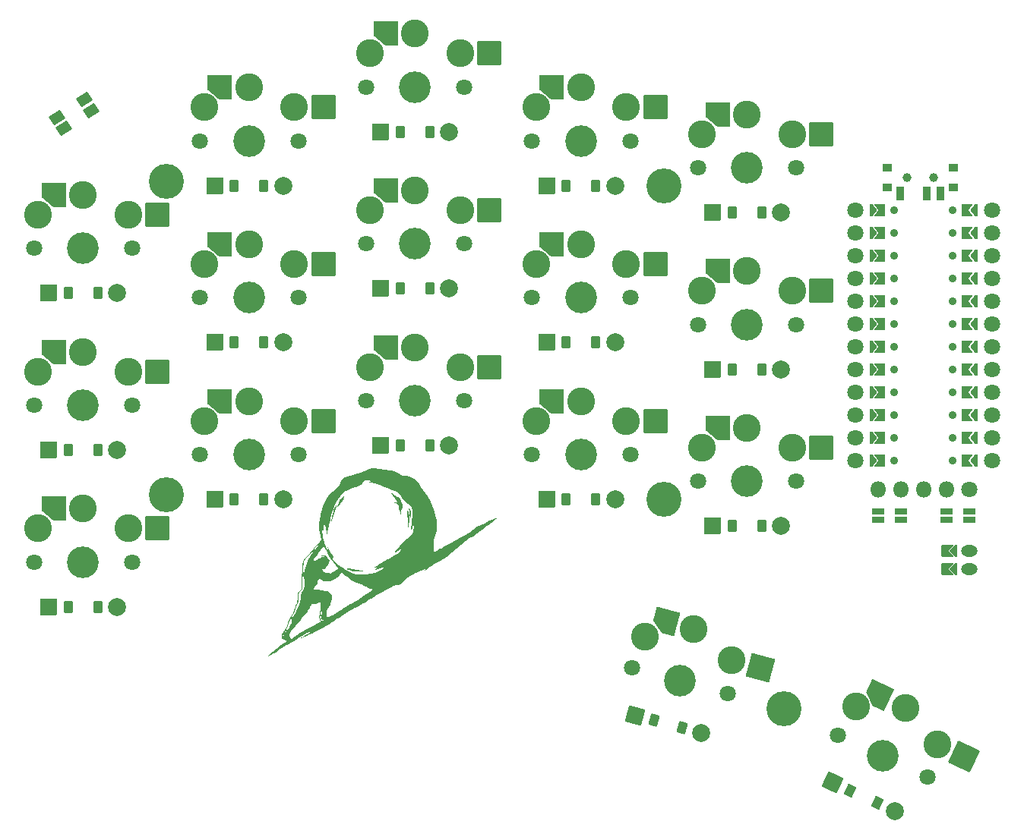
<source format=gbr>
%TF.GenerationSoftware,KiCad,Pcbnew,7.0.10*%
%TF.CreationDate,2024-01-15T23:58:39+02:00*%
%TF.ProjectId,snak_final,736e616b-5f66-4696-9e61-6c2e6b696361,0.1*%
%TF.SameCoordinates,Original*%
%TF.FileFunction,Soldermask,Bot*%
%TF.FilePolarity,Negative*%
%FSLAX46Y46*%
G04 Gerber Fmt 4.6, Leading zero omitted, Abs format (unit mm)*
G04 Created by KiCad (PCBNEW 7.0.10) date 2024-01-15 23:58:39*
%MOMM*%
%LPD*%
G01*
G04 APERTURE LIST*
G04 Aperture macros list*
%AMRoundRect*
0 Rectangle with rounded corners*
0 $1 Rounding radius*
0 $2 $3 $4 $5 $6 $7 $8 $9 X,Y pos of 4 corners*
0 Add a 4 corners polygon primitive as box body*
4,1,4,$2,$3,$4,$5,$6,$7,$8,$9,$2,$3,0*
0 Add four circle primitives for the rounded corners*
1,1,$1+$1,$2,$3*
1,1,$1+$1,$4,$5*
1,1,$1+$1,$6,$7*
1,1,$1+$1,$8,$9*
0 Add four rect primitives between the rounded corners*
20,1,$1+$1,$2,$3,$4,$5,0*
20,1,$1+$1,$4,$5,$6,$7,0*
20,1,$1+$1,$6,$7,$8,$9,0*
20,1,$1+$1,$8,$9,$2,$3,0*%
%AMFreePoly0*
4,1,15,1.335355,1.335355,1.350000,1.300000,1.350000,-1.300000,1.335355,-1.335355,1.300000,-1.350000,-0.050000,-1.350000,-0.082160,-1.338285,-1.332160,-0.288285,-1.349812,-0.254331,-1.350000,-0.250000,-1.350000,1.300000,-1.335355,1.335355,-1.300000,1.350000,1.300000,1.350000,1.335355,1.335355,1.335355,1.335355,$1*%
%AMFreePoly1*
4,1,16,-0.214645,0.660355,-0.210957,0.656235,0.289043,0.031235,0.299694,-0.005522,0.289043,-0.031235,-0.210957,-0.656235,-0.244478,-0.674694,-0.250000,-0.675000,-0.500000,-0.675000,-0.535355,-0.660355,-0.550000,-0.625000,-0.550000,0.625000,-0.535355,0.660355,-0.500000,0.675000,-0.250000,0.675000,-0.214645,0.660355,-0.214645,0.660355,$1*%
%AMFreePoly2*
4,1,16,0.535355,0.660355,0.550000,0.625000,0.550000,-0.625000,0.535355,-0.660355,0.500000,-0.675000,-0.650000,-0.675000,-0.685355,-0.660355,-0.700000,-0.625000,-0.689043,-0.593765,-0.214031,0.000000,-0.689043,0.593765,-0.699694,0.630522,-0.681235,0.664043,-0.650000,0.675000,0.500000,0.675000,0.535355,0.660355,0.535355,0.660355,$1*%
%AMFreePoly3*
4,1,16,0.635355,0.285355,0.650000,0.250000,0.650000,-1.000000,0.635355,-1.035355,0.600000,-1.050000,0.564645,-1.035355,0.000000,-0.470710,-0.564645,-1.035355,-0.600000,-1.050000,-0.635355,-1.035355,-0.650000,-1.000000,-0.650000,0.250000,-0.635355,0.285355,-0.600000,0.300000,0.600000,0.300000,0.635355,0.285355,0.635355,0.285355,$1*%
%AMFreePoly4*
4,1,14,0.035355,0.435355,0.635355,-0.164645,0.650000,-0.200000,0.650000,-0.400000,0.635355,-0.435355,0.600000,-0.450000,-0.600000,-0.450000,-0.635355,-0.435355,-0.650000,-0.400000,-0.650000,-0.200000,-0.635355,-0.164645,-0.035355,0.435355,0.000000,0.450000,0.035355,0.435355,0.035355,0.435355,$1*%
G04 Aperture macros list end*
%ADD10C,3.100000*%
%ADD11RoundRect,0.050000X-1.300000X-1.300000X1.300000X-1.300000X1.300000X1.300000X-1.300000X1.300000X0*%
%ADD12FreePoly0,0.000000*%
%ADD13C,1.801800*%
%ADD14C,3.529000*%
%ADD15RoundRect,0.050000X-1.592168X-0.919239X0.919239X-1.592168X1.592168X0.919239X-0.919239X1.592168X0*%
%ADD16FreePoly0,345.000000*%
%ADD17RoundRect,0.050000X-1.727604X-0.628796X0.628796X-1.727604X1.727604X0.628796X-0.628796X1.727604X0*%
%ADD18FreePoly0,335.000000*%
%ADD19C,2.005000*%
%ADD20RoundRect,0.050000X-0.889000X-0.889000X0.889000X-0.889000X0.889000X0.889000X-0.889000X0.889000X0*%
%ADD21RoundRect,0.050000X-0.450000X-0.600000X0.450000X-0.600000X0.450000X0.600000X-0.450000X0.600000X0*%
%ADD22RoundRect,0.050000X-1.088798X-0.628618X0.628618X-1.088798X1.088798X0.628618X-0.628618X1.088798X0*%
%ADD23RoundRect,0.050000X-0.589958X-0.463087X0.279375X-0.696024X0.589958X0.463087X-0.279375X0.696024X0*%
%ADD24RoundRect,0.050000X-1.181415X-0.430000X0.430000X-1.181415X1.181415X0.430000X-0.430000X1.181415X0*%
%ADD25RoundRect,0.050000X-0.661409X-0.353606X0.154268X-0.733963X0.661409X0.353606X-0.154268X0.733963X0*%
%ADD26FreePoly1,180.000000*%
%ADD27FreePoly2,180.000000*%
%ADD28FreePoly2,0.000000*%
%ADD29FreePoly1,0.000000*%
%ADD30C,0.900000*%
%ADD31C,1.800000*%
%ADD32O,1.800000X1.800000*%
%ADD33RoundRect,0.050000X-0.600000X0.300000X-0.600000X-0.300000X0.600000X-0.300000X0.600000X0.300000X0*%
%ADD34C,1.000000*%
%ADD35RoundRect,0.050000X-0.500000X-0.400000X0.500000X-0.400000X0.500000X0.400000X-0.500000X0.400000X0*%
%ADD36RoundRect,0.050000X-0.350000X-0.750000X0.350000X-0.750000X0.350000X0.750000X-0.350000X0.750000X0*%
%ADD37FreePoly3,90.000000*%
%ADD38FreePoly4,90.000000*%
%ADD39O,1.850000X1.300000*%
%ADD40RoundRect,0.050000X-0.301134X-0.821549X0.873005X-0.059055X0.301134X0.821549X-0.873005X0.059055X0*%
%ADD41C,3.900000*%
G04 APERTURE END LIST*
%TO.C,G\u002A\u002A\u002A*%
G36*
X136380304Y-94025223D02*
G01*
X136444495Y-94139066D01*
X136462170Y-94180542D01*
X136505659Y-94335403D01*
X136534502Y-94527741D01*
X136547230Y-94726499D01*
X136542377Y-94900619D01*
X136518476Y-95019044D01*
X136502972Y-95044147D01*
X136473891Y-95020963D01*
X136439723Y-94908650D01*
X136403816Y-94719324D01*
X136392502Y-94644423D01*
X136360490Y-94428657D01*
X136330609Y-94240301D01*
X136307848Y-94110386D01*
X136302359Y-94083900D01*
X136294892Y-93988965D01*
X136325655Y-93972298D01*
X136380304Y-94025223D01*
G37*
G36*
X128230194Y-93697746D02*
G01*
X128198102Y-93857327D01*
X128131001Y-94108153D01*
X128049533Y-94382170D01*
X127924776Y-94781979D01*
X127822582Y-95094444D01*
X127743827Y-95317148D01*
X127689388Y-95447678D01*
X127660139Y-95483620D01*
X127655422Y-95468200D01*
X127663204Y-95345031D01*
X127695062Y-95150675D01*
X127744809Y-94910933D01*
X127806257Y-94651603D01*
X127873217Y-94398487D01*
X127939502Y-94177384D01*
X127998922Y-94014095D01*
X128010201Y-93989033D01*
X128117283Y-93775054D01*
X128189699Y-93655752D01*
X128227365Y-93630269D01*
X128230194Y-93697746D01*
G37*
G36*
X129751675Y-100718200D02*
G01*
X129972716Y-100752571D01*
X130191200Y-100794962D01*
X130451868Y-100848768D01*
X130703534Y-100898108D01*
X130913847Y-100936778D01*
X131029400Y-100955692D01*
X131170873Y-100980521D01*
X131221350Y-101003371D01*
X131191174Y-101029523D01*
X131181800Y-101033468D01*
X131044484Y-101061553D01*
X130836390Y-101071902D01*
X130586639Y-101065270D01*
X130324354Y-101042413D01*
X130082959Y-101004949D01*
X129872561Y-100953364D01*
X129671099Y-100888157D01*
X129549559Y-100836500D01*
X129431231Y-100772876D01*
X129395000Y-100738234D01*
X129432188Y-100715928D01*
X129480000Y-100703086D01*
X129579019Y-100700618D01*
X129751675Y-100718200D01*
G37*
G36*
X136142352Y-94153455D02*
G01*
X136188097Y-94252137D01*
X136241614Y-94401218D01*
X136294277Y-94576662D01*
X136337466Y-94754430D01*
X136337711Y-94755610D01*
X136366050Y-94949051D01*
X136371301Y-95165945D01*
X136353606Y-95438191D01*
X136341312Y-95558969D01*
X136308188Y-95815888D01*
X136274042Y-96000527D01*
X136241668Y-96107373D01*
X136213862Y-96130912D01*
X136193417Y-96065630D01*
X136183129Y-95906013D01*
X136182620Y-95872060D01*
X136178456Y-95705922D01*
X136169210Y-95468354D01*
X136156190Y-95189325D01*
X136140704Y-94898803D01*
X136138395Y-94858600D01*
X136124614Y-94601324D01*
X136115073Y-94382848D01*
X136110424Y-94221916D01*
X136111319Y-94137273D01*
X136112999Y-94129209D01*
X136142352Y-94153455D01*
G37*
G36*
X129046250Y-92763674D02*
G01*
X129031059Y-92860078D01*
X129060998Y-92882103D01*
X129093348Y-92872539D01*
X129162097Y-92869687D01*
X129175200Y-92892395D01*
X129132317Y-92942359D01*
X129027991Y-92994857D01*
X129017111Y-92998770D01*
X128902950Y-93061094D01*
X128887092Y-93127026D01*
X128875589Y-93214939D01*
X128833648Y-93267385D01*
X128764102Y-93340695D01*
X128658310Y-93469901D01*
X128538485Y-93627803D01*
X128531868Y-93636864D01*
X128427089Y-93775141D01*
X128349989Y-93866371D01*
X128314666Y-93894130D01*
X128313841Y-93890864D01*
X128339408Y-93741471D01*
X128394886Y-93558581D01*
X128464944Y-93385014D01*
X128534245Y-93263592D01*
X128541649Y-93254709D01*
X128602941Y-93165859D01*
X128583894Y-93121943D01*
X128578300Y-93119744D01*
X128518008Y-93071259D01*
X128548561Y-93014231D01*
X128629100Y-92976819D01*
X128736453Y-92920965D01*
X128868100Y-92822388D01*
X128912201Y-92782896D01*
X129081003Y-92623400D01*
X129046250Y-92763674D01*
G37*
G36*
X134438286Y-92308264D02*
G01*
X134565279Y-92379707D01*
X134698739Y-92467219D01*
X134788600Y-92535679D01*
X134918265Y-92658416D01*
X135027992Y-92786121D01*
X135034540Y-92795232D01*
X135128081Y-92928200D01*
X135094231Y-92777179D01*
X135074963Y-92675875D01*
X135093067Y-92660610D01*
X135160204Y-92716496D01*
X135245498Y-92824039D01*
X135347723Y-92995806D01*
X135451114Y-93199826D01*
X135539904Y-93404130D01*
X135598329Y-93576746D01*
X135609245Y-93627105D01*
X135614107Y-93795977D01*
X135588114Y-93969831D01*
X135588075Y-93969973D01*
X135540058Y-94147400D01*
X135479871Y-93931500D01*
X135441063Y-93801429D01*
X135413194Y-93724521D01*
X135407146Y-93715600D01*
X135403613Y-93762726D01*
X135404228Y-93889607D01*
X135408717Y-94074490D01*
X135413408Y-94210900D01*
X135416382Y-94439494D01*
X135408771Y-94641974D01*
X135392159Y-94788552D01*
X135380323Y-94833200D01*
X135350918Y-94892436D01*
X135334368Y-94880116D01*
X135326420Y-94784735D01*
X135323978Y-94680800D01*
X135312007Y-94468245D01*
X135279483Y-94242525D01*
X135221128Y-93972852D01*
X135164542Y-93750710D01*
X135114726Y-93619921D01*
X135030449Y-93533432D01*
X134887436Y-93460415D01*
X134733145Y-93386907D01*
X134671107Y-93339777D01*
X134702333Y-93321824D01*
X134827831Y-93335848D01*
X134843511Y-93338722D01*
X135025423Y-93372849D01*
X134898291Y-93121967D01*
X134796539Y-92947228D01*
X134659612Y-92744795D01*
X134538579Y-92585568D01*
X134424984Y-92442255D01*
X134342148Y-92330380D01*
X134306364Y-92272059D01*
X134306000Y-92269921D01*
X134343334Y-92266974D01*
X134438286Y-92308264D01*
G37*
G36*
X132987004Y-89586233D02*
G01*
X133200155Y-89617859D01*
X133476758Y-89662565D01*
X133780491Y-89707930D01*
X134053274Y-89745342D01*
X134096412Y-89750790D01*
X134414867Y-89806989D01*
X134692121Y-89898423D01*
X134877802Y-89984940D01*
X135202702Y-90143455D01*
X135472840Y-90256654D01*
X135718380Y-90334989D01*
X135969488Y-90388914D01*
X136103111Y-90409510D01*
X136534857Y-90512546D01*
X136901470Y-90693277D01*
X137204978Y-90953160D01*
X137447409Y-91293654D01*
X137514460Y-91424180D01*
X137629956Y-91635447D01*
X137770422Y-91846751D01*
X137884581Y-91988400D01*
X138137582Y-92297737D01*
X138393687Y-92674786D01*
X138633811Y-93088111D01*
X138838868Y-93506278D01*
X138911622Y-93680037D01*
X138998138Y-93904427D01*
X139068695Y-94096972D01*
X139115800Y-94236555D01*
X139132000Y-94300937D01*
X139147083Y-94375606D01*
X139187178Y-94519279D01*
X139244552Y-94704781D01*
X139263546Y-94763215D01*
X139336586Y-95022114D01*
X139385157Y-95292745D01*
X139415296Y-95612636D01*
X139423197Y-95755452D01*
X139432850Y-96007319D01*
X139432408Y-96214271D01*
X139418002Y-96400910D01*
X139385766Y-96591836D01*
X139331830Y-96811650D01*
X139252327Y-97084955D01*
X139174608Y-97336591D01*
X139104599Y-97566871D01*
X139063083Y-97730907D01*
X139046613Y-97858903D01*
X139051743Y-97981065D01*
X139075025Y-98127598D01*
X139080802Y-98158492D01*
X139108943Y-98373551D01*
X139115834Y-98581286D01*
X139106538Y-98694361D01*
X139070931Y-98905119D01*
X139241165Y-98817321D01*
X139398640Y-98730777D01*
X139571142Y-98628651D01*
X139603789Y-98608331D01*
X139730922Y-98541779D01*
X139826694Y-98515573D01*
X139849149Y-98519876D01*
X139913600Y-98508320D01*
X139977796Y-98444570D01*
X140065919Y-98357746D01*
X140206036Y-98257036D01*
X140291236Y-98206451D01*
X140910856Y-97870924D01*
X141535754Y-97538959D01*
X142126319Y-97231532D01*
X142307000Y-97139001D01*
X142598884Y-96982415D01*
X142862669Y-96826202D01*
X143075818Y-96684355D01*
X143203949Y-96582200D01*
X143449956Y-96382600D01*
X143602400Y-96382600D01*
X143627800Y-96408000D01*
X143653200Y-96382600D01*
X143627800Y-96357200D01*
X143602400Y-96382600D01*
X143449956Y-96382600D01*
X143547308Y-96303613D01*
X143934621Y-96057218D01*
X144320440Y-95871919D01*
X144321181Y-95871628D01*
X144515847Y-95787697D01*
X144749569Y-95676008D01*
X144973592Y-95559914D01*
X144985347Y-95553491D01*
X145263917Y-95407251D01*
X145516698Y-95286519D01*
X145735651Y-95193167D01*
X145912734Y-95129066D01*
X146039905Y-95096088D01*
X146109124Y-95096104D01*
X146112350Y-95130986D01*
X146041540Y-95202606D01*
X145888655Y-95312834D01*
X145815077Y-95360370D01*
X145638326Y-95477764D01*
X145496307Y-95582734D01*
X145410317Y-95659056D01*
X145395457Y-95680034D01*
X145336046Y-95745024D01*
X145218356Y-95825111D01*
X145158234Y-95857836D01*
X144999819Y-95953916D01*
X144819878Y-96085984D01*
X144716257Y-96173172D01*
X144487980Y-96366952D01*
X144208212Y-96581955D01*
X143866955Y-96825363D01*
X143454211Y-97104357D01*
X143073815Y-97352843D01*
X142837483Y-97509114D01*
X142635518Y-97649741D01*
X142481740Y-97764522D01*
X142389968Y-97843252D01*
X142370129Y-97872431D01*
X142338052Y-97931708D01*
X142243291Y-98001381D01*
X142226854Y-98010240D01*
X142128302Y-98075555D01*
X141976407Y-98193134D01*
X141792230Y-98346053D01*
X141604925Y-98510094D01*
X141076791Y-98950867D01*
X140476718Y-99391750D01*
X139832501Y-99813466D01*
X139175617Y-100194744D01*
X138821000Y-100406114D01*
X138519369Y-100623741D01*
X138358628Y-100765364D01*
X138200084Y-100911111D01*
X138088852Y-100993847D01*
X138031290Y-101011371D01*
X138033758Y-100961486D01*
X138092383Y-100857407D01*
X138145500Y-100758991D01*
X138128296Y-100731886D01*
X138039671Y-100775801D01*
X137967747Y-100824647D01*
X137848556Y-100893339D01*
X137672631Y-100976328D01*
X137490339Y-101050844D01*
X137296142Y-101130643D01*
X137050690Y-101241051D01*
X136792208Y-101364550D01*
X136649498Y-101436239D01*
X136386439Y-101579039D01*
X136189148Y-101707659D01*
X136028250Y-101843565D01*
X135887412Y-101993145D01*
X135698392Y-102196048D01*
X135523580Y-102342489D01*
X135332183Y-102450935D01*
X135093407Y-102539853D01*
X134869562Y-102603553D01*
X134627163Y-102680623D01*
X134346033Y-102795137D01*
X134019113Y-102950839D01*
X133639348Y-103151473D01*
X133199678Y-103400784D01*
X132693047Y-103702516D01*
X132112397Y-104060412D01*
X132049956Y-104099456D01*
X131736779Y-104294503D01*
X131441073Y-104476786D01*
X131177124Y-104637645D01*
X130959218Y-104768421D01*
X130801637Y-104860454D01*
X130729156Y-104900094D01*
X130538483Y-104999721D01*
X130285420Y-105137998D01*
X129994476Y-105300930D01*
X129690155Y-105474517D01*
X129396964Y-105644761D01*
X129139409Y-105797666D01*
X128941996Y-105919234D01*
X128917785Y-105934740D01*
X128724879Y-106055836D01*
X128535164Y-106169327D01*
X128388583Y-106251341D01*
X128384385Y-106253524D01*
X128263643Y-106325741D01*
X128087413Y-106443301D01*
X127880453Y-106589232D01*
X127690512Y-106729193D01*
X127396300Y-106933768D01*
X127037763Y-107155769D01*
X126645614Y-107376695D01*
X126420512Y-107494195D01*
X126122161Y-107642933D01*
X125807001Y-107796047D01*
X125488481Y-107947424D01*
X125180049Y-108090950D01*
X124895157Y-108220510D01*
X124647252Y-108329991D01*
X124449785Y-108413279D01*
X124316204Y-108464261D01*
X124259960Y-108476822D01*
X124259582Y-108476516D01*
X124293489Y-108445027D01*
X124400024Y-108371886D01*
X124564184Y-108266854D01*
X124770967Y-108139692D01*
X124854594Y-108089394D01*
X125073081Y-107956422D01*
X125254199Y-107841726D01*
X125383007Y-107755121D01*
X125444567Y-107706421D01*
X125447328Y-107699995D01*
X125423852Y-107695998D01*
X125372677Y-107712293D01*
X125285076Y-107753694D01*
X125152319Y-107825019D01*
X124965676Y-107931082D01*
X124716420Y-108076699D01*
X124395822Y-108266687D01*
X124096578Y-108445212D01*
X123777221Y-108634842D01*
X123455677Y-108823547D01*
X123152880Y-108999201D01*
X122889764Y-109149680D01*
X122687264Y-109262860D01*
X122647400Y-109284534D01*
X122402146Y-109424743D01*
X122119461Y-109598645D01*
X121843112Y-109778869D01*
X121707600Y-109872240D01*
X121434285Y-110058327D01*
X121176520Y-110220538D01*
X120946623Y-110352416D01*
X120756913Y-110447505D01*
X120619711Y-110499348D01*
X120547336Y-110501490D01*
X120539200Y-110484584D01*
X120577101Y-110436206D01*
X120678116Y-110344829D01*
X120823215Y-110227242D01*
X120882100Y-110182089D01*
X121086565Y-110022067D01*
X121322336Y-109829343D01*
X121545741Y-109639776D01*
X121593959Y-109597593D01*
X121806341Y-109424917D01*
X122044134Y-109253990D01*
X122264421Y-109115155D01*
X122317859Y-109085775D01*
X122484546Y-108992956D01*
X122609225Y-108913571D01*
X122670102Y-108861795D01*
X122672800Y-108854917D01*
X122632276Y-108786586D01*
X122535223Y-108704034D01*
X122418411Y-108633252D01*
X122318614Y-108600232D01*
X122312136Y-108600000D01*
X122208349Y-108559033D01*
X122152515Y-108450571D01*
X122147090Y-108353879D01*
X122212837Y-108353879D01*
X122233221Y-108396686D01*
X122235659Y-108396800D01*
X122274864Y-108356328D01*
X122335599Y-108256491D01*
X122348662Y-108231700D01*
X122406582Y-108133524D01*
X122977600Y-108133524D01*
X123000695Y-108271476D01*
X123058617Y-108408468D01*
X123134320Y-108517269D01*
X123210759Y-108570646D01*
X123248184Y-108565798D01*
X123319314Y-108518594D01*
X123443019Y-108432254D01*
X123561800Y-108347512D01*
X124202923Y-107913525D01*
X124901748Y-107489874D01*
X125615538Y-107102213D01*
X125745447Y-107036673D01*
X126033739Y-106892096D01*
X126240989Y-106784820D01*
X126377625Y-106707918D01*
X126454072Y-106654464D01*
X126480758Y-106617530D01*
X126468109Y-106590190D01*
X126442482Y-106573609D01*
X126383725Y-106531197D01*
X126349902Y-106465594D01*
X126334352Y-106351335D01*
X126330612Y-106172474D01*
X126416980Y-106172474D01*
X126424548Y-106359263D01*
X126451855Y-106481148D01*
X126475723Y-106512592D01*
X126578735Y-106535099D01*
X126695365Y-106514091D01*
X126761398Y-106467696D01*
X126738127Y-106422987D01*
X126652987Y-106370574D01*
X126563581Y-106313722D01*
X126541716Y-106232417D01*
X126553829Y-106149353D01*
X126580381Y-105979536D01*
X126604817Y-105756417D01*
X126626113Y-105500461D01*
X126643243Y-105232135D01*
X126655183Y-104971902D01*
X126660910Y-104740231D01*
X126659397Y-104557585D01*
X126649621Y-104444431D01*
X126640438Y-104419318D01*
X126610320Y-104418708D01*
X126592174Y-104496689D01*
X126584294Y-104662951D01*
X126583649Y-104741740D01*
X126571723Y-104989763D01*
X126541466Y-105254060D01*
X126506328Y-105445030D01*
X126458507Y-105693122D01*
X126428512Y-105943015D01*
X126416980Y-106172474D01*
X126330612Y-106172474D01*
X126330413Y-106162953D01*
X126330400Y-106145085D01*
X126341971Y-105906018D01*
X126372041Y-105657008D01*
X126406600Y-105483994D01*
X126439258Y-105319291D01*
X126463502Y-105122133D01*
X126478400Y-104916900D01*
X126483019Y-104727971D01*
X126476428Y-104579729D01*
X126457696Y-104496554D01*
X126444700Y-104486858D01*
X126379449Y-104503462D01*
X126250124Y-104544689D01*
X126127200Y-104586800D01*
X125931072Y-104643457D01*
X125736318Y-104680437D01*
X125644600Y-104688120D01*
X125545540Y-104692621D01*
X125475601Y-104714649D01*
X125417070Y-104772350D01*
X125352237Y-104883872D01*
X125263391Y-105067362D01*
X125252967Y-105089389D01*
X125131682Y-105315049D01*
X124989778Y-105533664D01*
X124854698Y-105703295D01*
X124843756Y-105714785D01*
X124698787Y-105873764D01*
X124530848Y-106072297D01*
X124376265Y-106267440D01*
X124376088Y-106267674D01*
X124244681Y-106434524D01*
X124068268Y-106649511D01*
X123869715Y-106885165D01*
X123671883Y-107114017D01*
X123667699Y-107118782D01*
X123431782Y-107389493D01*
X123255961Y-107597965D01*
X123131650Y-107756825D01*
X123050259Y-107878700D01*
X123003201Y-107976219D01*
X122981889Y-108062009D01*
X122977600Y-108133524D01*
X122406582Y-108133524D01*
X122412476Y-108123533D01*
X122520082Y-107957477D01*
X122655449Y-107757761D01*
X122777252Y-107584000D01*
X122961540Y-107311454D01*
X123088981Y-107086800D01*
X123173056Y-106884604D01*
X123204706Y-106777609D01*
X123243870Y-106599931D01*
X123263531Y-106455425D01*
X123260380Y-106380691D01*
X123265516Y-106266845D01*
X123339541Y-106115080D01*
X123469913Y-105948229D01*
X123533058Y-105884251D01*
X123653660Y-105728709D01*
X123749147Y-105533490D01*
X123763971Y-105488814D01*
X123830342Y-105308596D01*
X123911616Y-105143829D01*
X123942637Y-105095027D01*
X124096215Y-104805510D01*
X124199501Y-104449473D01*
X124245741Y-104052198D01*
X124247600Y-103953792D01*
X124251627Y-103735429D01*
X124269031Y-103583407D01*
X124307795Y-103462614D01*
X124375901Y-103337935D01*
X124394267Y-103308620D01*
X124486053Y-103152469D01*
X124546870Y-103031598D01*
X125720800Y-103031598D01*
X125736519Y-103076092D01*
X125798459Y-103094528D01*
X125928789Y-103090826D01*
X126012900Y-103083254D01*
X126312400Y-103083437D01*
X126527286Y-103134833D01*
X126719179Y-103184120D01*
X126937246Y-103212490D01*
X127012277Y-103215200D01*
X127179213Y-103223407D01*
X127293524Y-103261777D01*
X127403362Y-103350933D01*
X127457084Y-103405700D01*
X127611583Y-103578759D01*
X127699935Y-103720876D01*
X127733400Y-103866912D01*
X127723241Y-104051728D01*
X127704827Y-104172532D01*
X127657895Y-104417557D01*
X127601805Y-104615511D01*
X127522212Y-104803527D01*
X127404773Y-105018734D01*
X127328921Y-105145600D01*
X127173638Y-105450550D01*
X127102448Y-105713900D01*
X127116218Y-105931005D01*
X127163276Y-106033604D01*
X127246470Y-106125422D01*
X127322653Y-106161600D01*
X127398035Y-106138508D01*
X127538270Y-106076502D01*
X127719664Y-105986482D01*
X127829215Y-105928535D01*
X128067700Y-105791645D01*
X128342511Y-105621800D01*
X128608778Y-105447115D01*
X128716742Y-105372378D01*
X128949652Y-105214568D01*
X129233837Y-105032527D01*
X129531136Y-104850233D01*
X129771109Y-104709891D01*
X130015092Y-104571382D01*
X130248371Y-104438929D01*
X130445848Y-104326785D01*
X130582425Y-104249200D01*
X130591230Y-104244197D01*
X130771760Y-104128498D01*
X130951535Y-103993625D01*
X130997630Y-103954470D01*
X131117284Y-103858998D01*
X131296425Y-103728974D01*
X131508221Y-103583440D01*
X131673022Y-103475139D01*
X131925510Y-103311297D01*
X132097818Y-103192472D01*
X132195731Y-103109530D01*
X132225033Y-103053334D01*
X132191510Y-103014750D01*
X132100946Y-102984642D01*
X131998021Y-102961910D01*
X131754428Y-102883192D01*
X131507665Y-102757611D01*
X131450475Y-102720459D01*
X131273435Y-102618383D01*
X131041338Y-102511018D01*
X130797621Y-102417995D01*
X130739734Y-102399208D01*
X130407105Y-102281948D01*
X130123090Y-102154384D01*
X129905623Y-102025546D01*
X129782952Y-101917573D01*
X129703266Y-101845236D01*
X129569506Y-101745315D01*
X129450552Y-101665403D01*
X129270690Y-101539145D01*
X129095974Y-101398699D01*
X129012840Y-101322253D01*
X128837579Y-101146992D01*
X128561889Y-101471998D01*
X128323991Y-101715134D01*
X128065075Y-101897159D01*
X127756161Y-102035360D01*
X127474578Y-102120558D01*
X127127216Y-102165824D01*
X126802169Y-102112952D01*
X126555911Y-102000908D01*
X126367380Y-101889672D01*
X126247290Y-102002491D01*
X126158692Y-102128296D01*
X126127200Y-102250000D01*
X126088160Y-102386735D01*
X126003062Y-102501311D01*
X125888103Y-102639442D01*
X125789642Y-102808622D01*
X125729584Y-102967699D01*
X125720800Y-103031598D01*
X124546870Y-103031598D01*
X124556949Y-103011567D01*
X124578914Y-102955774D01*
X124627625Y-102849179D01*
X124669003Y-102800760D01*
X124688876Y-102738986D01*
X124693720Y-102586538D01*
X124683503Y-102340027D01*
X124661716Y-102038760D01*
X124638971Y-101743327D01*
X124627106Y-101522974D01*
X124627112Y-101351663D01*
X124639981Y-101203357D01*
X124666705Y-101052019D01*
X124705794Y-100881876D01*
X124757444Y-100681310D01*
X124805661Y-100517016D01*
X124842433Y-100415532D01*
X124851486Y-100399276D01*
X124890459Y-100313342D01*
X124923639Y-100186609D01*
X124990652Y-99970521D01*
X125113521Y-99704531D01*
X125122572Y-99688564D01*
X125686773Y-99688564D01*
X125692429Y-99790698D01*
X125787384Y-99845646D01*
X125827763Y-99852366D01*
X125910314Y-99845495D01*
X125998697Y-99795333D01*
X126108671Y-99691228D01*
X126249567Y-99691228D01*
X126288636Y-99696172D01*
X126392633Y-99627749D01*
X126480881Y-99555535D01*
X126641901Y-99449526D01*
X126791540Y-99405447D01*
X126801379Y-99405200D01*
X126896663Y-99390535D01*
X126914600Y-99354400D01*
X126829156Y-99301462D01*
X126697705Y-99309035D01*
X126546698Y-99366410D01*
X126402585Y-99462879D01*
X126291818Y-99587732D01*
X126277491Y-99612339D01*
X126249567Y-99691228D01*
X126108671Y-99691228D01*
X126112537Y-99687568D01*
X126223352Y-99563887D01*
X126432959Y-99354746D01*
X126622905Y-99241701D01*
X126804014Y-99223929D01*
X126987107Y-99300607D01*
X127183008Y-99470911D01*
X127200492Y-99489564D01*
X127367233Y-99702637D01*
X127441506Y-99891312D01*
X127424260Y-100071137D01*
X127316444Y-100257660D01*
X127252010Y-100333435D01*
X127130773Y-100475135D01*
X127031813Y-100606265D01*
X126993836Y-100666959D01*
X126920646Y-100753286D01*
X126816098Y-100756694D01*
X126811939Y-100755673D01*
X126698276Y-100750870D01*
X126660920Y-100807969D01*
X126701243Y-100920259D01*
X126760430Y-101007595D01*
X126850731Y-101112630D01*
X126939311Y-101164805D01*
X127067461Y-101182418D01*
X127158485Y-101183977D01*
X127324975Y-101193516D01*
X127456260Y-101216976D01*
X127498800Y-101234000D01*
X127555924Y-101269370D01*
X127601365Y-101274895D01*
X127666926Y-101242330D01*
X127784411Y-101163427D01*
X127792687Y-101157800D01*
X127918278Y-101080215D01*
X128013103Y-101035286D01*
X128034027Y-101030800D01*
X128099231Y-100996976D01*
X128201692Y-100911369D01*
X128254058Y-100859955D01*
X128419646Y-100689111D01*
X127881850Y-99990870D01*
X127573710Y-99568590D01*
X127310477Y-99162605D01*
X127101162Y-98788234D01*
X126954774Y-98460794D01*
X126917289Y-98351100D01*
X126876543Y-98262571D01*
X126845286Y-98236800D01*
X126777586Y-98275308D01*
X126674015Y-98375178D01*
X126554598Y-98512929D01*
X126439357Y-98665081D01*
X126348318Y-98808151D01*
X126332487Y-98838140D01*
X126239965Y-98986218D01*
X126102079Y-99165138D01*
X125948185Y-99336899D01*
X125943630Y-99341542D01*
X125770484Y-99538945D01*
X125686773Y-99688564D01*
X125122572Y-99688564D01*
X125278768Y-99413004D01*
X125472914Y-99120302D01*
X125622952Y-98922600D01*
X125789204Y-98708737D01*
X125942146Y-98497513D01*
X126071266Y-98305133D01*
X126166052Y-98147804D01*
X126215991Y-98041730D01*
X126217773Y-98005639D01*
X126181487Y-98036307D01*
X126095363Y-98134189D01*
X125970910Y-98285508D01*
X125819636Y-98476490D01*
X125757758Y-98556279D01*
X125577933Y-98782138D01*
X125398194Y-98995155D01*
X125237471Y-99173688D01*
X125114696Y-99296096D01*
X125097798Y-99310741D01*
X124952852Y-99458969D01*
X124805695Y-99651985D01*
X124715134Y-99799900D01*
X124628894Y-99974795D01*
X124579617Y-100122772D01*
X124557339Y-100286891D01*
X124552100Y-100504510D01*
X124543440Y-100741864D01*
X124520608Y-101029172D01*
X124487890Y-101316476D01*
X124474286Y-101411800D01*
X124423082Y-101923853D01*
X124430528Y-102437664D01*
X124464285Y-102955529D01*
X124305621Y-103114193D01*
X124167414Y-103258603D01*
X124077428Y-103379511D01*
X124025372Y-103505681D01*
X124000953Y-103665876D01*
X123993881Y-103888859D01*
X123993600Y-103986247D01*
X123990806Y-104224640D01*
X123979201Y-104388431D01*
X123953943Y-104504539D01*
X123910192Y-104599885D01*
X123872663Y-104658898D01*
X123802236Y-104793526D01*
X123724556Y-104989740D01*
X123654175Y-105209894D01*
X123641049Y-105258054D01*
X123493464Y-105679161D01*
X123329551Y-105969518D01*
X123209104Y-106175718D01*
X123077644Y-106456106D01*
X122946532Y-106785766D01*
X122906763Y-106896850D01*
X122766591Y-107269087D01*
X122634272Y-107555524D01*
X122502869Y-107770878D01*
X122481153Y-107800131D01*
X122380639Y-107949661D01*
X122296068Y-108107224D01*
X122236959Y-108249677D01*
X122212837Y-108353879D01*
X122147090Y-108353879D01*
X122143857Y-108296268D01*
X122181596Y-108117782D01*
X122264957Y-107936766D01*
X122339691Y-107832191D01*
X122507756Y-107590886D01*
X122661025Y-107279933D01*
X122806038Y-106885421D01*
X122848468Y-106750150D01*
X122994073Y-106360605D01*
X123173879Y-106024193D01*
X123202768Y-105980660D01*
X123370832Y-105687270D01*
X123516824Y-105340587D01*
X123558950Y-105214309D01*
X123632536Y-104993643D01*
X123708852Y-104792144D01*
X123775097Y-104642765D01*
X123795162Y-104606203D01*
X123847232Y-104494157D01*
X123877523Y-104350459D01*
X123890550Y-104147438D01*
X123892000Y-104012610D01*
X123899864Y-103727640D01*
X123929028Y-103517669D01*
X123987853Y-103356923D01*
X124084697Y-103219631D01*
X124180621Y-103122720D01*
X124362669Y-102954040D01*
X124337054Y-102464332D01*
X124333415Y-102108450D01*
X124353748Y-101728450D01*
X124380132Y-101490012D01*
X124412634Y-101210816D01*
X124437249Y-100904842D01*
X124449638Y-100628758D01*
X124450308Y-100573600D01*
X124467869Y-100268748D01*
X124525580Y-100006554D01*
X124634432Y-99763039D01*
X124805413Y-99514226D01*
X125049513Y-99236137D01*
X125076118Y-99208148D01*
X125263319Y-99005529D01*
X125452843Y-98789244D01*
X125614657Y-98593972D01*
X125672320Y-98519684D01*
X125818096Y-98334765D01*
X125999412Y-98117679D01*
X126181615Y-97909716D01*
X126216100Y-97871773D01*
X126355494Y-97713058D01*
X126463582Y-97577525D01*
X126524787Y-97485322D01*
X126532944Y-97461889D01*
X126518372Y-97382473D01*
X126481150Y-97239790D01*
X126438154Y-97093800D01*
X126362767Y-96761089D01*
X126317242Y-96369550D01*
X126310435Y-96165391D01*
X126621245Y-96165391D01*
X126623035Y-96409306D01*
X126637492Y-96605676D01*
X126638242Y-96611200D01*
X126684639Y-96895198D01*
X126746834Y-97205253D01*
X126819082Y-97518710D01*
X126895638Y-97812916D01*
X126970756Y-98065214D01*
X127038690Y-98252952D01*
X127072389Y-98323074D01*
X127171432Y-98479547D01*
X127244312Y-98564429D01*
X127283731Y-98572364D01*
X127282391Y-98497996D01*
X127276640Y-98472976D01*
X127256886Y-98365410D01*
X127275087Y-98350957D01*
X127331454Y-98429860D01*
X127426199Y-98602363D01*
X127479456Y-98706700D01*
X127591316Y-98918453D01*
X127710766Y-99127746D01*
X127813008Y-99291224D01*
X127818130Y-99298740D01*
X127896345Y-99424763D01*
X127906488Y-99475378D01*
X127848756Y-99450416D01*
X127740100Y-99364199D01*
X127668558Y-99314058D01*
X127660647Y-99341353D01*
X127716535Y-99446521D01*
X127836389Y-99630002D01*
X127849575Y-99649287D01*
X128166995Y-100043060D01*
X128525224Y-100364206D01*
X128746579Y-100511441D01*
X128941968Y-100633627D01*
X129151909Y-100777135D01*
X129249533Y-100848940D01*
X129583067Y-101074459D01*
X129914071Y-101232452D01*
X130153134Y-101310868D01*
X130353905Y-101346548D01*
X130629650Y-101367263D01*
X130954966Y-101373751D01*
X131304448Y-101366753D01*
X131652691Y-101347007D01*
X131974290Y-101315250D01*
X132243842Y-101272223D01*
X132350200Y-101246980D01*
X132557513Y-101183572D01*
X132751401Y-101114068D01*
X132882463Y-101057037D01*
X133026008Y-100976423D01*
X133194686Y-100872583D01*
X133368393Y-100759196D01*
X133527021Y-100649940D01*
X133650467Y-100558495D01*
X133718624Y-100498539D01*
X133725093Y-100483759D01*
X133671204Y-100490915D01*
X133540589Y-100527155D01*
X133351990Y-100586799D01*
X133124148Y-100664165D01*
X133088339Y-100676739D01*
X132803002Y-100773945D01*
X132600569Y-100835486D01*
X132483409Y-100861095D01*
X132453892Y-100850511D01*
X132514387Y-100803470D01*
X132657524Y-100724701D01*
X132790916Y-100649328D01*
X132887637Y-100582780D01*
X132934666Y-100537005D01*
X132918982Y-100523951D01*
X132853833Y-100544572D01*
X132740137Y-100575751D01*
X132584392Y-100602604D01*
X132553400Y-100606385D01*
X132350200Y-100629159D01*
X132553400Y-100518113D01*
X132717807Y-100418506D01*
X132870884Y-100310648D01*
X132900197Y-100287133D01*
X133006337Y-100208075D01*
X133082201Y-100168316D01*
X133089802Y-100167200D01*
X133152036Y-100142058D01*
X133275911Y-100075373D01*
X133437424Y-99980252D01*
X133479605Y-99954348D01*
X133662650Y-99846472D01*
X133904967Y-99711278D01*
X134174640Y-99566245D01*
X134433000Y-99432274D01*
X134683896Y-99303148D01*
X134865473Y-99201679D01*
X134999744Y-99111010D01*
X135108721Y-99014287D01*
X135214416Y-98894653D01*
X135332601Y-98743425D01*
X135459086Y-98573200D01*
X135558111Y-98431097D01*
X135615725Y-98337586D01*
X135624701Y-98314735D01*
X135593154Y-98323375D01*
X135507774Y-98390857D01*
X135385715Y-98503332D01*
X135360100Y-98528344D01*
X135221608Y-98650919D01*
X135068927Y-98764966D01*
X134922153Y-98858412D01*
X134801386Y-98919186D01*
X134726723Y-98935216D01*
X134712400Y-98917387D01*
X134749251Y-98835262D01*
X134856721Y-98690076D01*
X135030184Y-98487037D01*
X135265011Y-98231353D01*
X135556576Y-97928232D01*
X135881169Y-97601800D01*
X136121964Y-97360121D01*
X136341333Y-97134645D01*
X136527758Y-96937638D01*
X136669721Y-96781365D01*
X136755704Y-96678093D01*
X136773254Y-96651822D01*
X136808171Y-96542821D01*
X136832133Y-96386143D01*
X136844363Y-96210224D01*
X136844082Y-96043500D01*
X136830513Y-95914407D01*
X136802879Y-95851380D01*
X136795200Y-95849200D01*
X136751801Y-95891162D01*
X136743746Y-95938100D01*
X136721517Y-96031525D01*
X136665129Y-96176058D01*
X136616056Y-96281000D01*
X136545634Y-96418796D01*
X136511710Y-96471343D01*
X136506493Y-96444827D01*
X136520128Y-96357200D01*
X136559083Y-96092626D01*
X136597771Y-95753691D01*
X136633527Y-95367604D01*
X136663684Y-94961576D01*
X136674688Y-94780136D01*
X136684638Y-94438431D01*
X136665818Y-94173801D01*
X136610469Y-93963920D01*
X136510834Y-93786458D01*
X136359153Y-93619088D01*
X136232716Y-93508228D01*
X135940225Y-93253575D01*
X135714348Y-93025992D01*
X135533329Y-92802416D01*
X135445905Y-92674200D01*
X135333321Y-92509998D01*
X135219775Y-92375081D01*
X135090347Y-92260488D01*
X134930118Y-92157256D01*
X134724167Y-92056424D01*
X134457576Y-91949030D01*
X134115423Y-91826114D01*
X133925000Y-91760682D01*
X133667502Y-91668778D01*
X133413496Y-91570945D01*
X133197266Y-91480744D01*
X133084144Y-91428100D01*
X132773474Y-91290916D01*
X132471372Y-91192987D01*
X132203377Y-91141187D01*
X132012740Y-91139650D01*
X131878894Y-91145160D01*
X131820433Y-91124091D01*
X131846448Y-91087854D01*
X131943800Y-91053139D01*
X132047871Y-91010083D01*
X132062517Y-90962670D01*
X131999192Y-90918628D01*
X131869350Y-90885683D01*
X131684443Y-90871564D01*
X131674577Y-90871493D01*
X131438506Y-90915629D01*
X131224204Y-91053211D01*
X131085954Y-91203466D01*
X131007195Y-91291523D01*
X130909294Y-91371751D01*
X130778377Y-91451090D01*
X130600567Y-91536478D01*
X130361989Y-91634854D01*
X130048767Y-91753159D01*
X129821772Y-91835679D01*
X129497586Y-91961731D01*
X129237395Y-92089846D01*
X129021687Y-92236917D01*
X128830947Y-92419837D01*
X128645664Y-92655499D01*
X128446323Y-92960797D01*
X128362659Y-93098865D01*
X128168380Y-93439430D01*
X128011828Y-93754535D01*
X127882335Y-94071980D01*
X127769234Y-94419565D01*
X127661858Y-94825091D01*
X127601410Y-95082748D01*
X127536123Y-95354580D01*
X127466726Y-95617414D01*
X127401621Y-95840844D01*
X127350322Y-95991648D01*
X127271675Y-96276134D01*
X127242008Y-96618440D01*
X127241579Y-96651180D01*
X127234166Y-96843767D01*
X127217317Y-96936998D01*
X127193137Y-96932459D01*
X127163729Y-96831739D01*
X127131196Y-96636423D01*
X127121239Y-96560400D01*
X127091672Y-96361409D01*
X127049058Y-96119242D01*
X127007474Y-95909839D01*
X126966070Y-95644092D01*
X126947061Y-95367716D01*
X126949362Y-95211480D01*
X126955080Y-95023908D01*
X126941967Y-94935791D01*
X126919270Y-94935209D01*
X126900390Y-95001378D01*
X126881840Y-95150341D01*
X126865235Y-95363300D01*
X126852193Y-95621459D01*
X126847194Y-95773268D01*
X126837628Y-96043053D01*
X126825053Y-96272989D01*
X126810770Y-96445801D01*
X126796079Y-96544214D01*
X126787967Y-96560400D01*
X126768361Y-96513235D01*
X126745464Y-96385858D01*
X126722538Y-96199448D01*
X126707773Y-96039700D01*
X126665658Y-95519000D01*
X126632549Y-95925400D01*
X126621245Y-96165391D01*
X126310435Y-96165391D01*
X126303521Y-95958045D01*
X126323546Y-95565435D01*
X126351531Y-95360892D01*
X126484081Y-94723653D01*
X126645946Y-94129021D01*
X126832217Y-93590737D01*
X127037989Y-93122541D01*
X127258352Y-92738173D01*
X127319319Y-92651089D01*
X127427361Y-92523833D01*
X127591219Y-92354780D01*
X127788126Y-92166532D01*
X127983374Y-91991952D01*
X128199413Y-91801459D01*
X128353319Y-91652151D01*
X128463074Y-91522732D01*
X128546663Y-91391907D01*
X128622070Y-91238382D01*
X128624685Y-91232552D01*
X128743310Y-90992261D01*
X128868722Y-90803326D01*
X129017395Y-90654558D01*
X129205806Y-90534765D01*
X129450429Y-90432757D01*
X129767740Y-90337345D01*
X130045274Y-90267689D01*
X130636041Y-90110253D01*
X131125784Y-89944435D01*
X131514740Y-89770153D01*
X131613066Y-89715467D01*
X131857390Y-89618427D01*
X132178471Y-89563886D01*
X132560333Y-89552827D01*
X132987004Y-89586233D01*
G37*
%TD*%
D10*
%TO.C,S1*%
X95000000Y-96250000D03*
X105000000Y-96250000D03*
D11*
X108275000Y-96250000D03*
D12*
X96725000Y-94050000D03*
D10*
X100000000Y-94050000D03*
D13*
X94500000Y-100000000D03*
X105500000Y-100000000D03*
D14*
X100000000Y-100000000D03*
%TD*%
D10*
%TO.C,S2*%
X95000000Y-78750000D03*
X105000000Y-78750000D03*
D11*
X108275000Y-78750000D03*
D12*
X96725000Y-76550000D03*
D10*
X100000000Y-76550000D03*
D13*
X94500000Y-82500000D03*
X105500000Y-82500000D03*
D14*
X100000000Y-82500000D03*
%TD*%
D10*
%TO.C,S3*%
X95000000Y-61250000D03*
X105000000Y-61250000D03*
D11*
X108275000Y-61250000D03*
D12*
X96725000Y-59050000D03*
D10*
X100000000Y-59050000D03*
D13*
X94500000Y-65000000D03*
X105500000Y-65000000D03*
D14*
X100000000Y-65000000D03*
%TD*%
D10*
%TO.C,S4*%
X113500000Y-84250000D03*
X123500000Y-84250000D03*
D11*
X126775000Y-84250000D03*
D12*
X115225000Y-82050000D03*
D10*
X118500000Y-82050000D03*
D13*
X113000000Y-88000000D03*
X124000000Y-88000000D03*
D14*
X118500000Y-88000000D03*
%TD*%
D10*
%TO.C,S5*%
X113500000Y-66750000D03*
X123500000Y-66750000D03*
D11*
X126775000Y-66750000D03*
D12*
X115225000Y-64550000D03*
D10*
X118500000Y-64550000D03*
D13*
X113000000Y-70500000D03*
X124000000Y-70500000D03*
D14*
X118500000Y-70500000D03*
%TD*%
D10*
%TO.C,S6*%
X113500000Y-49250000D03*
X123500000Y-49250000D03*
D11*
X126775000Y-49250000D03*
D12*
X115225000Y-47050000D03*
D10*
X118500000Y-47050000D03*
D13*
X113000000Y-53000000D03*
X124000000Y-53000000D03*
D14*
X118500000Y-53000000D03*
%TD*%
D10*
%TO.C,S7*%
X132000000Y-78250000D03*
X142000000Y-78250000D03*
D11*
X145275000Y-78250000D03*
D12*
X133725000Y-76050000D03*
D10*
X137000000Y-76050000D03*
D13*
X131500000Y-82000000D03*
X142500000Y-82000000D03*
D14*
X137000000Y-82000000D03*
%TD*%
D10*
%TO.C,S8*%
X132000000Y-60750000D03*
X142000000Y-60750000D03*
D11*
X145275000Y-60750000D03*
D12*
X133725000Y-58550000D03*
D10*
X137000000Y-58550000D03*
D13*
X131500000Y-64500000D03*
X142500000Y-64500000D03*
D14*
X137000000Y-64500000D03*
%TD*%
D10*
%TO.C,S9*%
X132000000Y-43250000D03*
X142000000Y-43250000D03*
D11*
X145275000Y-43250000D03*
D12*
X133725000Y-41050000D03*
D10*
X137000000Y-41050000D03*
D13*
X131500000Y-47000000D03*
X142500000Y-47000000D03*
D14*
X137000000Y-47000000D03*
%TD*%
D10*
%TO.C,S10*%
X150500000Y-84250000D03*
X160500000Y-84250000D03*
D11*
X163775000Y-84250000D03*
D12*
X152225000Y-82050000D03*
D10*
X155500000Y-82050000D03*
D13*
X150000000Y-88000000D03*
X161000000Y-88000000D03*
D14*
X155500000Y-88000000D03*
%TD*%
D10*
%TO.C,S11*%
X150500000Y-66750000D03*
X160500000Y-66750000D03*
D11*
X163775000Y-66750000D03*
D12*
X152225000Y-64550000D03*
D10*
X155500000Y-64550000D03*
D13*
X150000000Y-70500000D03*
X161000000Y-70500000D03*
D14*
X155500000Y-70500000D03*
%TD*%
D10*
%TO.C,S12*%
X150500000Y-49250000D03*
X160500000Y-49250000D03*
D11*
X163775000Y-49250000D03*
D12*
X152225000Y-47050000D03*
D10*
X155500000Y-47050000D03*
D13*
X150000000Y-53000000D03*
X161000000Y-53000000D03*
D14*
X155500000Y-53000000D03*
%TD*%
D10*
%TO.C,S13*%
X169000000Y-87250000D03*
X179000000Y-87250000D03*
D11*
X182275000Y-87250000D03*
D12*
X170725000Y-85050000D03*
D10*
X174000000Y-85050000D03*
D13*
X168500000Y-91000000D03*
X179500000Y-91000000D03*
D14*
X174000000Y-91000000D03*
%TD*%
D10*
%TO.C,S14*%
X169000000Y-69750000D03*
X179000000Y-69750000D03*
D11*
X182275000Y-69750000D03*
D12*
X170725000Y-67550000D03*
D10*
X174000000Y-67550000D03*
D13*
X168500000Y-73500000D03*
X179500000Y-73500000D03*
D14*
X174000000Y-73500000D03*
%TD*%
D10*
%TO.C,S15*%
X169000000Y-52250000D03*
X179000000Y-52250000D03*
D11*
X182275000Y-52250000D03*
D12*
X170725000Y-50050000D03*
D10*
X174000000Y-50050000D03*
D13*
X168500000Y-56000000D03*
X179500000Y-56000000D03*
D14*
X174000000Y-56000000D03*
%TD*%
D10*
%TO.C,S16*%
X162640942Y-108333683D03*
X172300201Y-110921873D03*
D15*
X175463608Y-111769506D03*
D16*
X164876566Y-106655109D03*
D10*
X168039973Y-107502741D03*
D13*
X161187408Y-111826495D03*
X171812592Y-114673505D03*
D14*
X166500000Y-113250000D03*
%TD*%
D10*
%TO.C,S17*%
X186153157Y-116123244D03*
X195216234Y-120349427D03*
D17*
X198184392Y-121733502D03*
D18*
X188646298Y-114858384D03*
D10*
X191614456Y-116242459D03*
D13*
X184115184Y-119310590D03*
X194084570Y-123959390D03*
D14*
X189099877Y-121634990D03*
%TD*%
D19*
%TO.C,D1*%
X103810000Y-105000000D03*
D20*
X96190000Y-105000000D03*
D21*
X98350000Y-105000000D03*
X101650000Y-105000000D03*
%TD*%
D19*
%TO.C,D2*%
X103810000Y-87500000D03*
D20*
X96190000Y-87500000D03*
D21*
X98350000Y-87500000D03*
X101650000Y-87500000D03*
%TD*%
D19*
%TO.C,D3*%
X103810000Y-70000000D03*
D20*
X96190000Y-70000000D03*
D21*
X98350000Y-70000000D03*
X101650000Y-70000000D03*
%TD*%
D19*
%TO.C,D4*%
X122310000Y-93000000D03*
D20*
X114690000Y-93000000D03*
D21*
X116850000Y-93000000D03*
X120150000Y-93000000D03*
%TD*%
D19*
%TO.C,D5*%
X122310000Y-75500000D03*
D20*
X114690000Y-75500000D03*
D21*
X116850000Y-75500000D03*
X120150000Y-75500000D03*
%TD*%
D19*
%TO.C,D6*%
X122310000Y-58000000D03*
D20*
X114690000Y-58000000D03*
D21*
X116850000Y-58000000D03*
X120150000Y-58000000D03*
%TD*%
D19*
%TO.C,D7*%
X140810000Y-87000000D03*
D20*
X133190000Y-87000000D03*
D21*
X135350000Y-87000000D03*
X138650000Y-87000000D03*
%TD*%
D19*
%TO.C,D8*%
X140810000Y-69500000D03*
D20*
X133190000Y-69500000D03*
D21*
X135350000Y-69500000D03*
X138650000Y-69500000D03*
%TD*%
D19*
%TO.C,D9*%
X140810000Y-52000000D03*
D20*
X133190000Y-52000000D03*
D21*
X135350000Y-52000000D03*
X138650000Y-52000000D03*
%TD*%
D19*
%TO.C,D10*%
X159310000Y-93000000D03*
D20*
X151690000Y-93000000D03*
D21*
X153850000Y-93000000D03*
X157150000Y-93000000D03*
%TD*%
D19*
%TO.C,D11*%
X159310000Y-75500000D03*
D20*
X151690000Y-75500000D03*
D21*
X153850000Y-75500000D03*
X157150000Y-75500000D03*
%TD*%
D19*
%TO.C,D12*%
X159310000Y-58000000D03*
D20*
X151690000Y-58000000D03*
D21*
X153850000Y-58000000D03*
X157150000Y-58000000D03*
%TD*%
D19*
%TO.C,D13*%
X177810000Y-96000000D03*
D20*
X170190000Y-96000000D03*
D21*
X172350000Y-96000000D03*
X175650000Y-96000000D03*
%TD*%
D19*
%TO.C,D14*%
X177810000Y-78500000D03*
D20*
X170190000Y-78500000D03*
D21*
X172350000Y-78500000D03*
X175650000Y-78500000D03*
%TD*%
D19*
%TO.C,D15*%
X177810000Y-61000000D03*
D20*
X170190000Y-61000000D03*
D21*
X172350000Y-61000000D03*
X175650000Y-61000000D03*
%TD*%
D19*
%TO.C,D16*%
X168886082Y-119065730D03*
D22*
X161525728Y-117093528D03*
D23*
X163612127Y-117652578D03*
X166799683Y-118506680D03*
%TD*%
D19*
%TO.C,D17*%
X190439819Y-127776705D03*
D24*
X183533753Y-124556353D03*
D25*
X185491378Y-125469209D03*
X188482194Y-126863849D03*
%TD*%
D26*
%TO.C,MCU1*%
X199150000Y-88640000D03*
D27*
X198425000Y-88640000D03*
D28*
X188875000Y-88640000D03*
D29*
X188150000Y-88640000D03*
D30*
X196912000Y-88640000D03*
X190388000Y-88640000D03*
D31*
X201270000Y-88640000D03*
X186030000Y-88640000D03*
D26*
X199150000Y-86100000D03*
D27*
X198425000Y-86100000D03*
D28*
X188875000Y-86100000D03*
D29*
X188150000Y-86100000D03*
D30*
X196912000Y-86100000D03*
X190388000Y-86100000D03*
D31*
X201270000Y-86100000D03*
X186030000Y-86100000D03*
D26*
X199150000Y-83560000D03*
D27*
X198425000Y-83560000D03*
D28*
X188875000Y-83560000D03*
D29*
X188150000Y-83560000D03*
D30*
X196912000Y-83560000D03*
X190388000Y-83560000D03*
D31*
X201270000Y-83560000D03*
X186030000Y-83560000D03*
D26*
X199150000Y-81020000D03*
D27*
X198425000Y-81020000D03*
D28*
X188875000Y-81020000D03*
D29*
X188150000Y-81020000D03*
D30*
X196912000Y-81020000D03*
X190388000Y-81020000D03*
D31*
X201270000Y-81020000D03*
X186030000Y-81020000D03*
D26*
X199150000Y-78480000D03*
D27*
X198425000Y-78480000D03*
D28*
X188875000Y-78480000D03*
D29*
X188150000Y-78480000D03*
D30*
X196912000Y-78480000D03*
X190388000Y-78480000D03*
D31*
X201270000Y-78480000D03*
X186030000Y-78480000D03*
D26*
X199150000Y-75940000D03*
D27*
X198425000Y-75940000D03*
D28*
X188875000Y-75940000D03*
D29*
X188150000Y-75940000D03*
D30*
X196912000Y-75940000D03*
X190388000Y-75940000D03*
D31*
X201270000Y-75940000D03*
X186030000Y-75940000D03*
D26*
X199150000Y-73400000D03*
D27*
X198425000Y-73400000D03*
D28*
X188875000Y-73400000D03*
D29*
X188150000Y-73400000D03*
D30*
X196912000Y-73400000D03*
X190388000Y-73400000D03*
D31*
X201270000Y-73400000D03*
X186030000Y-73400000D03*
D26*
X199150000Y-70860000D03*
D27*
X198425000Y-70860000D03*
D28*
X188875000Y-70860000D03*
D29*
X188150000Y-70860000D03*
D30*
X196912000Y-70860000D03*
X190388000Y-70860000D03*
D31*
X201270000Y-70860000D03*
X186030000Y-70860000D03*
D26*
X199150000Y-68320000D03*
D27*
X198425000Y-68320000D03*
D28*
X188875000Y-68320000D03*
D29*
X188150000Y-68320000D03*
D30*
X196912000Y-68320000D03*
X190388000Y-68320000D03*
D31*
X201270000Y-68320000D03*
X186030000Y-68320000D03*
D26*
X199150000Y-65780000D03*
D27*
X198425000Y-65780000D03*
D28*
X188875000Y-65780000D03*
D29*
X188150000Y-65780000D03*
D30*
X196912000Y-65780000D03*
X190388000Y-65780000D03*
D31*
X201270000Y-65780000D03*
X186030000Y-65780000D03*
D26*
X199150000Y-63240000D03*
D27*
X198425000Y-63240000D03*
D28*
X188875000Y-63240000D03*
D29*
X188150000Y-63240000D03*
D30*
X196912000Y-63240000D03*
X190388000Y-63240000D03*
D31*
X201270000Y-63240000D03*
X186030000Y-63240000D03*
D26*
X199150000Y-60700000D03*
D27*
X198425000Y-60700000D03*
D28*
X188875000Y-60700000D03*
D29*
X188150000Y-60700000D03*
D30*
X196912000Y-60700000D03*
X190388000Y-60700000D03*
D31*
X201270000Y-60700000D03*
X186030000Y-60700000D03*
%TD*%
%TO.C,DISP1*%
X198730000Y-91900000D03*
D32*
X196190000Y-91900000D03*
X193650000Y-91900000D03*
X191110000Y-91900000D03*
X188570000Y-91900000D03*
D33*
X188570000Y-95250000D03*
X191110000Y-95250000D03*
X196190000Y-95250000D03*
X198730000Y-95250000D03*
X188570000Y-94350000D03*
X191110000Y-94350000D03*
X196190000Y-94350000D03*
X198730000Y-94350000D03*
%TD*%
D34*
%TO.C,SW1*%
X194800000Y-57125000D03*
X191800000Y-57125000D03*
D35*
X196950000Y-56025000D03*
D36*
X191050000Y-58885000D03*
X194050000Y-58885000D03*
D35*
X196950000Y-58235000D03*
D36*
X195550000Y-58885000D03*
D35*
X189650000Y-56025000D03*
X189650000Y-58235000D03*
%TD*%
D37*
%TO.C,JST1*%
X195984000Y-98750000D03*
X195984000Y-100750000D03*
D38*
X197000000Y-100750000D03*
X197000000Y-98750000D03*
D39*
X198800000Y-100750000D03*
X198800000Y-98750000D03*
%TD*%
D40*
%TO.C,SW2*%
X100901747Y-49623493D03*
X97098253Y-50376507D03*
X100117467Y-48415807D03*
X97882533Y-51584193D03*
%TD*%
D41*
%TO.C,H1*%
X109250000Y-57500000D03*
%TD*%
%TO.C,H2*%
X109250000Y-92500000D03*
%TD*%
%TO.C,H3*%
X164750000Y-58000000D03*
%TD*%
%TO.C,H4*%
X164750000Y-93000000D03*
%TD*%
%TO.C,H5*%
X178091110Y-116355829D03*
%TD*%
M02*

</source>
